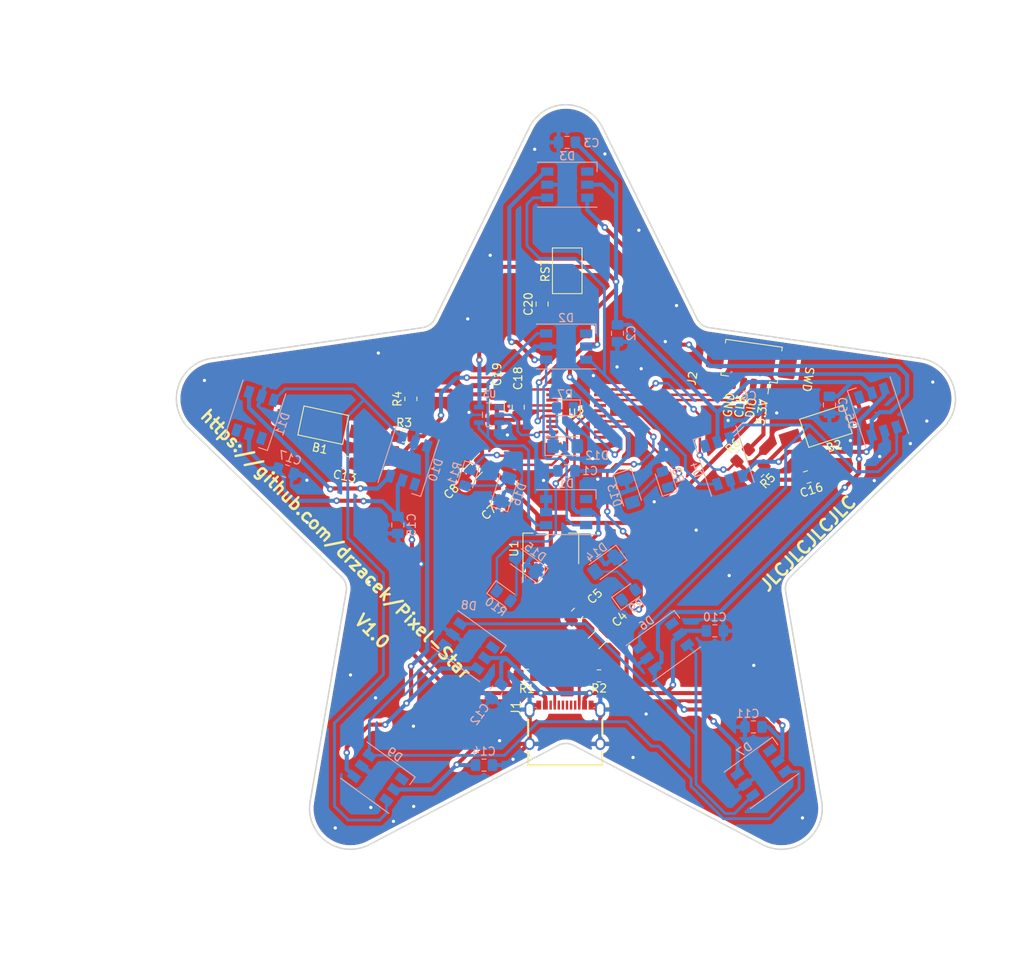
<source format=kicad_pcb>
(kicad_pcb (version 20211014) (generator pcbnew)
  (layers (0 "F.Cu" power) (31 "B.Cu" signal) (34 "B.Paste" user) (35 "F.Paste" user) (36 "B.SilkS" user "B.Silkscreen") (37 "F.SilkS" user "F.Silkscreen") (38 "B.Mask" user) (39 "F.Mask" user) (44 "Edge.Cuts" user))
  (net 0 "")
  (net 1 "+5V")
  (net 2 "SPI_MOSI")
  (net 3 "+3V3")
  (net 4 "GND")
  (net 5 "Net-(C20-Pad1)")
  (net 6 "Net-(D1-Pad3)")
  (net 8 "Net-(D2-Pad3)")
  (net 10 "Net-(D3-Pad3)")
  (net 14 "Net-(D4-Pad3)")
  (net 17 "Net-(D10-Pad6)")
  (net 19 "Net-(D10-Pad4)")
  (net 20 "Net-(D10-Pad3)")
  (net 22 "Net-(D5-Pad3)")
  (net 25 "Net-(D6-Pad3)")
  (net 26 "Net-(D7-Pad3)")
  (net 28 "Net-(D12-Pad2)")
  (net 29 "Net-(D13-Pad2)")
  (net 30 "Net-(D14-Pad2)")
  (net 32 "Net-(J1-Pad4)")
  (net 38 "Net-(J1-Pad10)")
  (net 39 "BLUE_LED1")
  (net 40 "BLUE_LED2")
  (net 41 "BLUE_LED3")
  (net 42 "BLUE_LED4")
  (net 43 "BLUE_LED5")
  (net 44 "BUTTON1")
  (net 45 "Net-(D15-Pad2)")
  (net 46 "Net-(D16-Pad2)")
  (net 47 "Net-(R3-Pad1)")
  (net 48 "SPI_CLK")
  (net 49 "Net-(R5-Pad1)")
  (net 50 "PWM_OUT")
  (net 52 "SWDIO")
  (net 53 "SWCLK")
  (net 54 "BUTTON2")
  (net 59 "SPI_MOSI_5V")
  (footprint "KicadFootprintLibPaths_Jacek:USB_C_Female" (layer "F.Cu") (at 137.8966 122.9651)
    (fp_text reference "J1")
    (fp_text value "USB_C_Female" hide)
  )
  (footprint "Package_TO_SOT_SMD:SOT-223-3_TabPin2" (layer "F.Cu") (at 136.1694 101.448 90)
    (fp_text reference "U1")
    (fp_text value "AMS1117-3.3")
  )
  (footprint "Resistor_SMD:R_0805_2012Metric_Pad1.20x1.40mm_HandSolder" (layer "F.Cu") (at 119.0498 83.1088 90)
    (fp_text reference "R4")
    (fp_text value "10k")
  )
  (footprint "Resistor_SMD:R_0805_2012Metric_Pad1.20x1.40mm_HandSolder" (layer "F.Cu") (at 133.239 116.9416 180)
    (fp_text reference "R1")
    (fp_text value "5.11k")
  )
  (footprint "Capacitor_SMD:C_1206_3216Metric_Pad1.33x1.80mm_HandSolder" (layer "F.Cu") (at 126.6444 91.9226 -135)
    (fp_text reference "C8")
    (fp_text value "10µF")
  )
  (footprint "Resistor_SMD:R_0805_2012Metric_Pad1.20x1.40mm_HandSolder" (layer "F.Cu") (at 161.548093 91.994707 -135)
    (fp_text reference "R5")
    (fp_text value "1k")
  )
  (footprint "pixel_star:K2-1107ST-A4DW-06" (layer "F.Cu") (at 169.8244 86.4616 -162)
    (fp_text reference "SW2")
    (fp_text value "SW_Push")
  )
  (footprint "Capacitor_SMD:C_0805_2012Metric_Pad1.18x1.45mm_HandSolder" (layer "F.Cu") (at 139.398177 109.420223 -135)
    (fp_text reference "C5")
    (fp_text value "100nF")
  )
  (footprint "Capacitor_SMD:C_0805_2012Metric_Pad1.18x1.45mm_HandSolder" (layer "F.Cu") (at 130.685977 94.866023 -135)
    (fp_text reference "C7")
    (fp_text value "100nF")
  )
  (footprint "Capacitor_SMD:C_1206_3216Metric_Pad1.33x1.80mm_HandSolder" (layer "F.Cu") (at 129.5654 84.1248 -90)
    (fp_text reference "C19")
    (fp_text value "4.7µF")
  )
  (footprint "Capacitor_SMD:C_1206_3216Metric_Pad1.33x1.80mm_HandSolder" (layer "F.Cu") (at 141.897146 112.560054 -135)
    (fp_text reference "C4")
    (fp_text value "10µF")
  )
  (footprint "pixel_star:K2-1107ST-A4DW-06" (layer "F.Cu") (at 108.331 86.3346 -12)
    (fp_text reference "SW1")
    (fp_text value "SW_Push")
  )
  (footprint "Connector_Molex:Molex_PicoBlade_53261-0471_1x04-1MP_P1.25mm_Horizontal" (layer "F.Cu") (at 160.658738 78.989178 172)
    (fp_text reference "J2")
    (fp_text value "Conn_01x04_Female")
  )
  (footprint "Resistor_SMD:R_0805_2012Metric_Pad1.20x1.40mm_HandSolder" (layer "F.Cu") (at 159.639 90.0176 45)
    (fp_text reference "R6")
    (fp_text value "10k")
  )
  (footprint "Capacitor_SMD:C_0805_2012Metric_Pad1.18x1.45mm_HandSolder" (layer "F.Cu") (at 132.1816 84.1248 -90)
    (fp_text reference "C18")
    (fp_text value "100nF")
  )
  (footprint "Capacitor_SMD:C_0805_2012Metric_Pad1.18x1.45mm_HandSolder" (layer "F.Cu") (at 110.999172 90.843292 -12)
    (fp_text reference "C13")
    (fp_text value "100nF")
  )
  (footprint "pixel_star:K2-1107ST-A4DW-06" (layer "F.Cu") (at 138.176 67.437 90)
    (fp_text reference "SW3")
    (fp_text value "SW_Push")
  )
  (footprint "Resistor_SMD:R_0805_2012Metric_Pad1.20x1.40mm_HandSolder" (layer "F.Cu") (at 118.2276 87.6808)
    (fp_text reference "R3")
    (fp_text value "1k")
  )
  (footprint "Resistor_SMD:R_0805_2012Metric_Pad1.20x1.40mm_HandSolder" (layer "F.Cu") (at 142.0622 117.0178 180)
    (fp_text reference "R2")
    (fp_text value "5.11k")
  )
  (footprint "Capacitor_SMD:C_0805_2012Metric_Pad1.18x1.45mm_HandSolder" (layer "F.Cu") (at 167.5384 92.6846 -162)
    (fp_text reference "C16")
    (fp_text value "100nF")
  )
  (footprint "pixel_star:STM32G030F6P6TR" (layer "F.Cu") (at 139.2682 84.8868)
    (fp_text reference "U2")
    (fp_text value "STM32G030F6P6TR")
  )
  (footprint "Capacitor_SMD:C_0805_2012Metric_Pad1.18x1.45mm_HandSolder" (layer "F.Cu") (at 135.1026 71.501 90)
    (fp_text reference "C20")
    (fp_text value "100nF")
  )
  (footprint "LED_SMD:LED_WS2812_PLCC6_5.0x5.0mm_P1.6mm" (layer "B.Cu") (at 157.318064 90.720697 -72)
    (fp_text reference "D4")
    (fp_text value "WS2813")
  )
  (footprint "LED_SMD:LED_1206_3216Metric_Pad1.42x1.75mm_HandSolder" (layer "B.Cu") (at 142.81574 103.382837 -144)
    (fp_text reference "D14")
    (fp_text value "BLUE_LED")
  )
  (footprint "pixel_star:SOT95P280X145-5N" (layer "B.Cu") (at 128.6167 85.0646 180)
    (fp_text reference "U3")
    (fp_text value "SN74LV1T34DBVR")
  )
  (footprint "Capacitor_SMD:C_0805_2012Metric_Pad1.18x1.45mm_HandSolder" (layer "B.Cu") (at 138.0783 91.9226)
    (fp_text reference "C1")
    (fp_text value "100nF")
  )
  (footprint "LED_SMD:LED_1206_3216Metric_Pad1.42x1.75mm_HandSolder" (layer "B.Cu") (at 133.178064 103.319189 144)
    (fp_text reference "D15")
    (fp_text value "BLUE_LED")
  )
  (footprint "LED_SMD:LED_0805_2012Metric_Pad1.15x1.40mm_HandSolder" (layer "B.Cu") (at 150.1648 92.964 108)
    (fp_text reference "R8")
    (fp_text value "R_Small")
  )
  (footprint "LED_SMD:LED_WS2812_PLCC6_5.0x5.0mm_P1.6mm" (layer "B.Cu") (at 118.759053 90.733746 72)
    (fp_text reference "D10")
    (fp_text value "WS2813")
  )
  (footprint "LED_SMD:LED_1206_3216Metric_Pad1.42x1.75mm_HandSolder" (layer "B.Cu") (at 137.922 88.901)
    (fp_text reference "D12")
    (fp_text value "BLUE_LED")
  )
  (footprint "Capacitor_SMD:C_0805_2012Metric_Pad1.18x1.45mm_HandSolder" (layer "B.Cu") (at 103.7375 91.948 162)
    (fp_text reference "C17")
    (fp_text value "100nF")
  )
  (footprint "LED_SMD:LED_WS2812_PLCC6_5.0x5.0mm_P1.6mm" (layer "B.Cu") (at 115.013385 129.477245 144)
    (fp_text reference "D9")
    (fp_text value "WS2813")
  )
  (footprint "Capacitor_SMD:C_0805_2012Metric_Pad1.18x1.45mm_HandSolder" (layer "B.Cu") (at 117.4496 98.552 90)
    (fp_text reference "C15")
    (fp_text value "100nF")
  )
  (footprint "LED_SMD:LED_WS2812_PLCC6_5.0x5.0mm_P1.6mm" (layer "B.Cu") (at 138.040672 96.974389 180)
    (fp_text reference "D1")
    (fp_text value "WS2813")
  )
  (footprint "LED_SMD:LED_WS2812_PLCC6_5.0x5.0mm_P1.6mm" (layer "B.Cu") (at 138.040672 76.708 180)
    (fp_text reference "D2")
    (fp_text value "WS2813")
  )
  (footprint "LED_SMD:LED_WS2812_PLCC6_5.0x5.0mm_P1.6mm" (layer "B.Cu") (at 126.141003 113.379399 144)
    (fp_text reference "D8")
    (fp_text value "WS2813")
  )
  (footprint "Capacitor_SMD:C_0805_2012Metric_Pad1.18x1.45mm_HandSolder" (layer "B.Cu") (at 127.9906 127.9398 180)
    (fp_text reference "C14")
    (fp_text value "100nF")
  )
  (footprint "LED_SMD:LED_WS2812_PLCC6_5.0x5.0mm_P1.6mm" (layer "B.Cu") (at 100.009184 85.105842 72)
    (fp_text reference "D11")
    (fp_text value "WS2813")
  )
  (footprint "Capacitor_SMD:C_0805_2012Metric_Pad1.18x1.45mm_HandSolder" (layer "B.Cu") (at 160.401 84.4296 180)
    (fp_text reference "C6")
    (fp_text value "100nF")
  )
  (footprint "Capacitor_SMD:C_0805_2012Metric_Pad1.18x1.45mm_HandSolder" (layer "B.Cu") (at 129.4892 118.8974 54)
    (fp_text reference "C12")
    (fp_text value "100nF")
  )
  (footprint "LED_SMD:LED_WS2812_PLCC6_5.0x5.0mm_P1.6mm" (layer "B.Cu") (at 176.195149 84.73854 -72)
    (fp_text reference "D5")
    (fp_text value "WS2813")
  )
  (footprint "LED_SMD:LED_1206_3216Metric_Pad1.42x1.75mm_HandSolder" (layer "B.Cu") (at 145.680282 94.360953 -72)
    (fp_text reference "D13")
    (fp_text value "BLUE_LED")
  )
  (footprint "LED_SMD:LED_0805_2012Metric_Pad1.15x1.40mm_HandSolder" (layer "B.Cu") (at 125.984 92.7608 -108)
    (fp_text reference "R11")
    (fp_text value "R_Small")
  )
  (footprint "Capacitor_SMD:C_0805_2012Metric_Pad1.18x1.45mm_HandSolder" (layer "B.Cu") (at 170.2562 83.8454 90)
    (fp_text reference "C9")
    (fp_text value "100nF")
  )
  (footprint "LED_SMD:LED_WS2812_PLCC6_5.0x5.0mm_P1.6mm" (layer "B.Cu") (at 161.926491 128.887049 -144)
    (fp_text reference "D7")
    (fp_text value "WS2813")
  )
  (footprint "LED_SMD:LED_0805_2012Metric_Pad1.15x1.40mm_HandSolder" (layer "B.Cu") (at 145.6944 107.0864 36)
    (fp_text reference "R9")
    (fp_text value "R_Small")
  )
  (footprint "Capacitor_SMD:C_0805_2012Metric_Pad1.18x1.45mm_HandSolder" (layer "B.Cu") (at 160.9598 123.2662)
    (fp_text reference "C11")
    (fp_text value "100nF")
  )
  (footprint "LED_SMD:LED_WS2812_PLCC6_5.0x5.0mm_P1.6mm" (layer "B.Cu") (at 138.176 56.896 180)
    (fp_text reference "D3")
    (fp_text value "WS2813")
  )
  (footprint "Capacitor_SMD:C_0805_2012Metric_Pad1.18x1.45mm_HandSolder" (layer "B.Cu") (at 144.3228 75.0824 90)
    (fp_text reference "C2")
    (fp_text value "100nF")
  )
  (footprint "LED_SMD:LED_1206_3216Metric_Pad1.42x1.75mm_HandSolder" (layer "B.Cu") (at 130.561947 94.230699 72)
    (fp_text reference "D16")
    (fp_text value "BLUE_LED")
  )
  (footprint "Capacitor_SMD:C_0805_2012Metric_Pad1.18x1.45mm_HandSolder" (layer "B.Cu") (at 138.1506 51.7144)
    (fp_text reference "C3")
    (fp_text value "100nF")
  )
  (footprint "LED_SMD:LED_WS2812_PLCC6_5.0x5.0mm_P1.6mm" (layer "B.Cu") (at 149.931816 113.38558 -144)
    (fp_text reference "D6")
    (fp_text value "WS2813")
  )
  (footprint "Capacitor_SMD:C_0805_2012Metric_Pad1.18x1.45mm_HandSolder" (layer "B.Cu") (at 156.2354 111.506 180)
    (fp_text reference "C10")
    (fp_text value "100nF")
  )
  (footprint "LED_SMD:LED_0805_2012Metric_Pad1.15x1.40mm_HandSolder" (layer "B.Cu") (at 130.4036 107.2388 -36)
    (fp_text reference "R10")
    (fp_text value "R_Small")
  )
  (footprint "LED_SMD:LED_0805_2012Metric_Pad1.15x1.40mm_HandSolder" (layer "B.Cu") (at 137.913 84.201 180)
    (fp_text reference "R7")
    (fp_text value "R_Small")
  )
  (gr_line (start 137.084535 125.520301) (end 113.978436 137.667896) (layer "Edge.Cuts") (width 0.18))
  (gr_line (start 164.893873 106.667995) (end 169.306745 132.397014) (layer "Edge.Cuts") (width 0.18))
  (gr_arc (start 164.893873 106.667995) (mid 164.962977 105.711871) (end 165.469066 104.897732) (layer "Edge.Cuts") (width 0.18))
  (gr_arc (start 113.978436 137.667896) (mid 108.712804 137.287324) (end 106.723689 132.397014) (layer "Edge.Cuts") (width 0.18))
  (gr_line (start 138.945899 125.520301) (end 162.051998 137.667896) (layer "Edge.Cuts") (width 0.18))
  (gr_arc (start 91.868141 86.676339) (mid 90.602917 81.550822) (end 94.639208 78.147872) (layer "Edge.Cuts") (width 0.18))
  (gr_arc (start 110.561368 104.897732) (mid 111.067457 105.711871) (end 111.136561 106.667995) (layer "Edge.Cuts") (width 0.18))
  (gr_line (start 111.136561 106.667995) (end 106.723689 132.397014) (layer "Edge.Cuts") (width 0.18))
  (gr_line (start 155.557822 74.394059) (end 181.391226 78.147872) (layer "Edge.Cuts") (width 0.18))
  (gr_line (start 154.051947 73.299976) (end 142.498897 49.890941) (layer "Edge.Cuts") (width 0.18))
  (gr_line (start 110.561368 104.897732) (end 91.868141 86.676339) (layer "Edge.Cuts") (width 0.18))
  (gr_arc (start 181.391226 78.147872) (mid 185.427517 81.550822) (end 184.162293 86.676339) (layer "Edge.Cuts") (width 0.18))
  (gr_arc (start 137.084535 125.520301) (mid 138.015217 125.290564) (end 138.945899 125.520301) (layer "Edge.Cuts") (width 0.18))
  (gr_line (start 120.472612 74.394059) (end 94.639208 78.147872) (layer "Edge.Cuts") (width 0.18))
  (gr_line (start 121.978487 73.299976) (end 133.531537 49.890941) (layer "Edge.Cuts") (width 0.18))
  (gr_arc (start 169.306745 132.397014) (mid 167.31763 137.287324) (end 162.051998 137.667896) (layer "Edge.Cuts") (width 0.18))
  (gr_arc (start 155.557822 74.394059) (mid 154.669848 74.032879) (end 154.051947 73.299976) (layer "Edge.Cuts") (width 0.18))
  (gr_line (start 165.469066 104.897732) (end 184.162293 86.676339) (layer "Edge.Cuts") (width 0.18))
  (gr_arc (start 121.978487 73.299976) (mid 121.360586 74.032879) (end 120.472612 74.394059) (layer "Edge.Cuts") (width 0.18))
  (gr_arc (start 133.531537 49.890941) (mid 138.015217 47.10377) (end 142.498897 49.890941) (layer "Edge.Cuts") (width 0.18))
  (gr_text "JLCJLCJLCJLC" (at 167.64 100.8126 45) (layer "F.SilkS") (effects (font (size 1.5 1.5) (thickness 0.3))))
  (gr_text "https://github.com/drzacek/Pixel-Star" (at 109.855 100.8888 -45) (layer "F.SilkS") (effects (font (size 1.5 1.5) (thickness 0.3))))
  (gr_text "SWD" (at 167.64 80.721934 262) (layer "F.SilkS") (effects (font (size 1 1))))
  (gr_text "V1.0" (at 114.3254 111.5822 -45) (layer "F.SilkS") (effects (font (size 1.5 1.5) (thickness 0.3))))
  (gr_text "GND" (at 157.960469 83.857103 82) (layer "F.SilkS") (effects (font (size 1 1))))
  (gr_text "RST" (at 135.500275 67.473875 90) (layer "F.SilkS") (effects (font (size 1 1))))
  (gr_text "CLK" (at 159.334924 84.02891 82) (layer "F.SilkS") (effects (font (size 1 1))))
  (gr_text "DIO" (at 160.6712 84.219806 82) (layer "F.SilkS") (effects (font (size 1 1))))
  (gr_text "3.3V" (at 162.007475 84.773406 82) (layer "F.SilkS") (effects (font (size 1 1))))
  (segment (start 140.2966 119.7486) (end 140.9192 119.126) (width 0.5) (layer "F.Cu") (net 1))
  (segment (start 113.2078 95.5802) (end 113.2586 95.631) (width 0.5) (layer "F.Cu") (net 1))
  (segment (start 141.8336 76.454) (end 141.8336 72.009) (width 0.5) (layer "F.Cu") (net 1))
  (segment (start 135.4966 120.5901) (end 135.4966 119.6724) (width 0.5) (layer "F.Cu") (net 1))
  (segment (start 150.241 119.126) (end 151.1046 118.2624) (width 0.5) (layer "F.Cu") (net 1))
  (segment (start 141.8336 72.009) (end 144.145 69.6976) (width 0.5) (layer "F.Cu") (net 1))
  (segment (start 144.145 69.6976) (end 144.145 68.7578) (width 0.5) (layer "F.Cu") (net 1))
  (segment (start 151.1046 118.2624) (end 151.1046 118.11) (width 0.5) (layer "F.Cu") (net 1))
  (segment (start 144.526 119.126) (end 148.6662 119.126) (width 0.5) (layer "F.Cu") (net 1))
  (segment (start 160.528 119.126) (end 164.4904 123.0884) (width 0.5) (layer "F.Cu") (net 1))
  (segment (start 138.5062 80.4418) (end 138.5062 78.4098) (width 0.5) (layer "F.Cu") (net 1))
  (segment (start 142.9004 111.4552) (end 140.1318 108.6866) (width 0.5) (layer "F.Cu") (net 1))
  (segment (start 133.4262 119.126) (end 133.6802 119.126) (width 0.5) (layer "F.Cu") (net 1))
  (segment (start 109.9566 95.5802) (end 113.2078 95.5802) (width 0.5) (layer "F.Cu") (net 1))
  (segment (start 127.4064 78.3336) (end 127.4318 78.359) (width 0.5) (layer "F.Cu") (net 1))
  (segment (start 133.6802 119.126) (end 134.9502 119.126) (width 0.5) (layer "F.Cu") (net 1))
  (segment (start 140.9192 119.126) (end 144.526 119.126) (width 0.5) (layer "F.Cu") (net 1))
  (segment (start 124.1044 119.126) (end 133.6802 119.126) (width 0.5) (layer "F.Cu") (net 1))
  (segment (start 140.2966 120.5901) (end 140.2966 119.7486) (width 0.5) (layer "F.Cu") (net 1))
  (segment (start 142.3416 66.9544) (end 130.0988 66.9544) (width 0.5) (layer "F.Cu") (net 1))
  (segment (start 119.1768 100.3554) (end 119.1768 114.1984) (width 0.5) (layer "F.Cu") (net 1))
  (segment (start 141.986 99.568) (end 138.4694 103.0846) (width 0.5) (layer "F.Cu") (net 1))
  (segment (start 135.4966 119.6724) (end 134.9502 119.126) (width 0.5) (layer "F.Cu") (net 1))
  (segment (start 150.241 119.126) (end 160.528 119.126) (width 0.5) (layer "F.Cu") (net 1))
  (segment (start 119.1768 114.1984) (end 124.1044 119.126) (width 0.5) (layer "F.Cu") (net 1))
  (segment (start 138.5062 78.4098) (end 140.462 76.454) (width 0.5) (layer "F.Cu") (net 1))
  (segment (start 145.4404 118.2116) (end 145.4404 113.8936) (width 0.5) (layer "F.Cu") (net 1))
  (segment (start 148.6662 119.126) (end 150.241 119.126) (width 0.5) (layer "F.Cu") (net 1))
  (segment (start 140.462 76.454) (end 141.8336 76.454) (width 0.5) (layer "F.Cu") (net 1))
  (segment (start 145.4404 113.8936) (end 143.002 111.4552) (width 0.5) (layer "F.Cu") (net 1))
  (segment (start 144.145 68.7578) (end 142.3416 66.9544) (width 0.5) (layer "F.Cu") (net 1))
  (segment (start 127.4064 69.6468) (end 127.4064 78.3336) (width 0.5) (layer "F.Cu") (net 1))
  (segment (start 138.4694 104.598) (end 138.4694 107.0242) (width 0.5) (layer "F.Cu") (net 1))
  (segment (start 144.526 119.126) (end 145.4404 118.2116) (width 0.5) (layer "F.Cu") (net 1))
  (segment (start 130.0988 66.9544) (end 127.4064 69.6468) (width 0.5) (layer "F.Cu") (net 1))
  (segment (start 143.002 111.4552) (end 142.9004 111.4552) (width 0.5) (layer "F.Cu") (net 1))
  (segment (start 138.4694 107.0242) (end 140.1318 108.6866) (width 0.5) (layer "F.Cu") (net 1))
  (segment (start 138.4694 104.598) (end 138.4694 103.0846) (width 0.5) (layer "F.Cu") (net 1))
  (segment (start 124.6632 127.889) (end 133.4262 119.126) (width 0.5) (layer "F.Cu") (net 1))
  (via (at 141.986 99.568) (size 0.8) (drill 0.4) (layers "F.Cu" "B.Cu") (net 1))
  (via (at 140.9192 119.126) (size 0.8) (drill 0.4) (layers "F.Cu" "B.Cu") (net 1))
  (via (at 164.4904 123.0884) (size 0.8) (drill 0.4) (layers "F.Cu" "B.Cu") (net 1))
  (via (at 144.145 68.7578) (size 0.8) (drill 0.4) (layers "F.Cu" "B.Cu") (net 1))
  (via (at 141.8336 76.454) (size 0.8) (drill 0.4) (layers "F.Cu" "B.Cu") (net 1))
  (via (at 127.4318 78.359) (size 0.8) (drill 0.4) (layers "F.Cu" "B.Cu") (net 1))
  (via (at 113.2586 95.631) (size 0.8) (drill 0.4) (layers "F.Cu" "B.Cu") (net 1))
  (via (at 138.5062 80.4418) (size 0.8) (drill 0.4) (layers "F.Cu" "B.Cu") (net 1))
  (via (at 151.1046 118.11) (size 0.8) (drill 0.4) (layers "F.Cu" "B.Cu") (net 1))
  (via (at 124.6632 127.889) (size 0.8) (drill 0.4) (layers "F.Cu" "B.Cu") (net 1))
  (via (at 109.9566 95.5802) (size 0.8) (drill 0.4) (layers "F.Cu" "B.Cu") (net 1))
  (via (at 119.1768 100.3554) (size 0.8) (drill 0.4) (layers "F.Cu" "B.Cu") (net 1))
  (via (at 134.9502 119.126) (size 0.8) (drill 0.4) (layers "F.Cu" "B.Cu") (net 1))
  (segment (start 159.3635 84.4296) (end 156.9212 84.4296) (width 0.5) (layer "B.Cu") (net 1))
  (segment (start 145.816044 74.0449) (end 156.560972 84.789828) (width 0.5) (layer "B.Cu") (net 1))
  (segment (start 155.1979 111.506) (end 152.353414 111.506) (width 0.5) (layer "B.Cu") (net 1))
  (segment (start 142.4178 56.896) (end 144.1704 58.6486) (width 0.5) (layer "B.Cu") (net 1))
  (segment (start 140.9192 119.126) (end 134.9502 119.126) (width 0.5) (layer "B.Cu") (net 1))
  (segment (start 117.4496 97.5145) (end 119.1768 99.2417) (width 0.5) (layer "B.Cu") (net 1))
  (segment (start 127.4318 84.0445) (end 127.3617 84.1146) (width 0.5) (layer "B.Cu") (net 1))
  (segment (start 161.9973 123.2662) (end 162.7632 123.2662) (width 0.5) (layer "B.Cu") (net 1))
  (segment (start 140.626 56.896) (end 142.4178 56.896) (width 0.5) (layer "B.Cu") (net 1))
  (segment (start 141.986 97.6376) (end 141.986 99.568) (width 0.5) (layer "B.Cu") (net 1))
  (segment (start 139.1158 91.9226) (end 143.7386 91.9226) (width 0.5) (layer "B.Cu") (net 1))
  (segment (start 141.5796 76.708) (end 141.8336 76.454) (width 0.5) (layer "B.Cu") (net 1))
  (segment (start 121.634881 130.917319) (end 124.6632 127.889) (width 0.5) (layer "B.Cu") (net 1))
  (segment (start 156.9212 84.4296) (end 156.8196 84.5312) (width 0.5) (layer "B.Cu") (net 1))
  (segment (start 117.4496 97.5145) (end 117.4496 93.616195) (width 0.5) (layer "B.Cu") (net 1))
  (segment (start 127.4318 78.359) (end 127.4318 84.0445) (width 0.5) (layer "B.Cu") (net 1))
  (segment (start 174.081005 81.0514) (end 172.9994 81.0514) (width 0.5) (layer "B.Cu") (net 1))
  (segment (start 139.390672 96.974389) (end 140.490672 96.974389) (width 0.5) (layer "B.Cu") (net 1))
  (segment (start 130.643673 114.819473) (end 128.123095 114.819473) (width 0.5) (layer "B.Cu") (net 1))
  (segment (start 115.5661 95.631) (end 117.4496 97.5145) (width 0.5) (layer "B.Cu") (net 1))
  (segment (start 172.9994 81.0514) (end 160.2994 81.0514) (width 0.5) (layer "B.Cu") (net 1))
  (segment (start 102.750779 91.872661) (end 103.4796 92.601482) (width 0.5) (layer "B.Cu") (net 1))
  (segment (start 138.8872 96.470917) (end 139.390672 96.974389) (width 0.5) (layer "B.Cu") (net 1))
  (segment (start 164.4904 124.9934) (end 164.4904 126.865158) (width 0.5) (layer "B.Cu") (net 1))
  (segment (start 99.252092 89.473092) (end 101.406395 91.627395) (width 0.5) (layer "B.Cu") (net 1))
  (segment (start 130.099027 115.364119) (end 130.643673 114.819473) (width 0.5) (layer "B.Cu") (net 1))
  (segment (start 139.1881 51.7144) (end 144.1704 56.6967) (width 0.5) (layer "B.Cu") (net 1))
  (segment (start 141.322789 96.974389) (end 141.986 97.6376) (width 0.5) (layer "B.Cu") (net 1))
  (segment (start 124.714 127.9398) (end 124.6632 127.889) (width 0.5) (layer "B.Cu") (net 1))
  (segment (start 151.1046 118.11) (end 151.1046 112.754814) (width 0.5) (layer "B.Cu") (net 1))
  (segment (start 164.4904 123.0884) (end 164.4904 124.9934) (width 0.5) (layer "B.Cu") (net 1))
  (segment (start 117.4496 93.616195) (end 118.001961 93.063834) (width 0.5) (layer "B.Cu") (net 1))
  (segment (start 144.145 68.7578) (end 144.145 73.8671) (width 0.5) (layer "B.Cu") (net 1))
  (segment (start 156.560972 84.789828) (end 156.560972 88.390609) (width 0.5) (layer "B.Cu") (net 1))
  (segment (start 143.7386 91.9226) (end 145.6944 89.9668) (width 0.5) (layer "B.Cu") (net 1))
  (segment (start 126.9531 127.9398) (end 124.714 127.9398) (width 0.5) (layer "B.Cu") (net 1))
  (segment (start 145.6944 87.63) (end 138.5062 80.4418) (width 0.5) (layer "B.Cu") (net 1))
  (segment (start 145.6944 89.9668) (end 145.6944 87.63) (width 0.5) (layer "B.Cu") (net 1))
  (segment (start 144.1704 56.6967) (end 144.1704 58.6486) (width 0.5) (layer "B.Cu") (net 1))
  (segment (start 130.099027 118.058045) (end 130.099027 115.364119) (width 0.5) (layer "B.Cu") (net 1))
  (segment (start 164.4904 126.865158) (end 163.908583 127.446975) (width 0.5) (layer "B.Cu") (net 1))
  (segment (start 113.2586 95.631) (end 115.5661 95.631) (width 0.5) (layer "B.Cu") (net 1))
  (segment (start 103.4796 92.601482) (end 103.4796 94.1832) (width 0.5) (layer "B.Cu") (net 1))
  (segment (start 116.995477 130.917319) (end 121.634881 130.917319) (width 0.5) (layer "B.Cu") (net 1))
  (segment (start 175.438057 82.408452) (end 174.081005 81.0514) (width 0.5) (layer "B.Cu") (net 1))
  (segment (start 140.490672 96.974389) (end 141.322789 96.974389) (width 0.5) (layer "B.Cu") (net 1))
  (segment (start 102.750779 91.627395) (end 102.750779 91.872661) (width 0.5) (layer "B.Cu") (net 1))
  (segment (start 170.2562 82.8079) (end 171.2429 82.8079) (width 0.5) (layer "B.Cu") (net 1))
  (segment (start 162.7632 123.2662) (end 164.4904 124.9934) (width 0.5) (layer "B.Cu") (net 1))
  (segment (start 152.353414 111.506) (end 151.913908 111.945506) (width 0.5) (layer "B.Cu") (net 1))
  (segment (start 104.8766 95.5802) (end 109.9566 95.5802) (width 0.5) (layer "B.Cu") (net 1))
  (segment (start 144.145 68.7578) (end 144.145 58.674) (width 0.5) (layer "B.Cu") (net 1))
  (segment (start 171.2429 82.8079) (end 172.9994 81.0514) (width 0.5) (layer "B.Cu") (net 1))
  (segment (start 101.406395 91.627395) (end 102.750779 91.627395) (width 0.5) (layer "B.Cu") (net 1))
  (segment (start 138.8872 92.1512) (end 138.8872 96.470917) (width 0.5) (layer "B.Cu") (net 1))
  (segment (start 156.8196 84.5312) (end 156.560972 84.789828) (width 0.5) (layer "B.Cu") (net 1))
  (segment (start 151.1046 112.754814) (end 151.913908 111.945506) (width 0.5) (layer "B.Cu") (net 1))
  (segment (start 119.1768 99.2417) (end 119.1768 100.3554) (width 0.5) (layer "B.Cu") (net 1))
  (segment (start 140.490672 76.708) (end 141.5796 76.708) (width 0.5) (layer "B.Cu") (net 1))
  (segment (start 144.145 73.8671) (end 144.3228 74.0449) (width 0.5) (layer "B.Cu") (net 1))
  (segment (start 134.9502 119.126) (end 130.643673 114.819473) (width 0.5) (layer "B.Cu") (net 1))
  (segment (start 144.145 58.674) (end 144.1704 58.6486) (width 0.5) (layer "B.Cu") (net 1))
  (segment (start 99.252092 87.43593) (end 99.252092 89.473092) (width 0.5) (layer "B.Cu") (net 1))
  (segment (start 160.2994 81.0514) (end 156.8196 84.5312) (width 0.5) (layer "B.Cu") (net 1))
  (segment (start 103.4796 94.1832) (end 104.8766 95.5802) (width 0.5) (layer "B.Cu") (net 1))
  (segment (start 144.3228 74.0449) (end 145.816044 74.0449) (width 0.5) (layer "B.Cu") (net 1))
  (segment (start 136.3472 87.161799) (end 134.834201 87.161799) (width 0.3) (layer "F.Cu") (net 2))
  (segment (start 134.834201 87.161799) (end 134.4676 87.5284) (width 0.3) (layer "F.Cu") (net 2))
  (via (at 134.4676 87.5284) (size 0.8) (drill 0.4) (layers "F.Cu" "B.Cu") (net 2))
  (segment (start 129.8717 85.0646) (end 131.2926 85.0646) (width 0.3) (layer "B.Cu") (net 2))
  (segment (start 132.1054 85.8774) (end 132.1054 87.0712) (width 0.3) (layer "B.Cu") (net 2))
  (segment (start 132.1054 87.0712) (end 132.5626 87.5284) (width 0.3) (layer "B.Cu") (net 2))
  (segment (start 131.2926 85.0646) (end 132.1054 85.8774) (width 0.3) (layer "B.Cu") (net 2))
  (segment (start 132.5626 87.5284) (end 134.4676 87.5284) (width 0.3) (layer "B.Cu") (net 2))
  (segment (start 127.749254 89.166654) (end 127.749254 90.817746) (width 0.5) (layer "F.Cu") (net 3))
  (segment (start 136.1694 98.298) (end 148.3868 98.298) (width 0.5) (layer "F.Cu") (net 3))
  (segment (start 133.006101 83.911801) (end 132.1816 83.0873) (width 0.5) (layer "F.Cu") (net 3))
  (segment (start 124.9934 83.7438) (end 124.9934 86.4108) (width 0.5) (layer "F.Cu") (net 3))
  (segment (start 148.3868 98.298) (end 162.181475 84.503325) (width 0.5) (layer "F.Cu") (net 3))
  (segment (start 162.181475 87.475125) (end 162.181475 84.503325) (width 0.5) (layer "F.Cu") (net 3))
  (segment (start 135.5852 98.298) (end 131.4196 94.1324) (width 0.5) (layer "F.Cu") (net 3))
  (segment (start 127.749254 90.817746) (end 128.104946 90.817746) (width 0.5) (layer "F.Cu") (net 3))
  (segment (start 123.9172 82.1088) (end 119.0498 82.1088) (width 0.5) (layer "F.Cu") (net 3))
  (segment (start 124.9934 86.4108) (end 127.749254 89.166654) (width 0.5) (layer "F.Cu") (net 3))
  (segment (start 160.346107 89.310493) (end 162.181475 87.475125) (width 0.5) (layer "F.Cu") (net 3))
  (segment (start 136.1694 104.598) (end 136.1694 98.298) (width 0.5) (layer "F.Cu") (net 3))
  (segment (start 131.6566 82.5623) (end 132.1816 83.0873) (width 0.5) (layer "F.Cu") (net 3))
  (segment (start 128.104946 90.817746) (end 131.4196 94.1324) (width 0.5) (layer "F.Cu") (net 3))
  (segment (start 124.9934 83.185) (end 123.9172 82.1088) (width 0.5) (layer "F.Cu") (net 3))
  (segment (start 129.5654 82.5623) (end 126.1749 82.5623) (width 0.5) (layer "F.Cu") (net 3))
  (segment (start 136.1694 98.298) (end 135.5852 98.298) (width 0.5) (layer "F.Cu") (net 3))
  (segment (start 124.9934 83.7438) (end 124.9934 83.185) (width 0.5) (layer "F.Cu") (net 3))
  (segment (start 129.5654 82.5623) (end 131.6566 82.5623) (width 0.5) (layer "F.Cu") (net 3))
  (segment (start 136.3472 83.911801) (end 133.006101 83.911801) (width 0.3) (layer "F.Cu") (net 3))
  (segment (start 162.181475 81.626771) (end 162.181475 84.503325) (width 0.5) (layer "F.Cu") (net 3))
  (segment (start 126.1749 82.5623) (end 124.9934 83.7438) (width 0.5) (layer "F.Cu") (net 3))
  (segment (start 132.1816 85.1623) (end 132.3047 85.1623) (width 0.5) (layer "F.Cu") (net 4))
  (segment (start 133.5716 125.3401) (end 133.5716 121.1401) (width 0.5) (layer "F.Cu") (net 4))
  (segment (start 144.5679 125.3401) (end 146.2278 127) (width 0.5) (layer "F.Cu") (net 4))
  (segment (start 131.6566 85.6873) (end 132.1816 85.1623) (width 0.5) (layer "F.Cu") (net 4))
  (segment (start 129.5654 85.6873) (end 131.6566 85.6873) (width 0.5) (layer "F.Cu") (net 4))
  (segment (start 136.525 94.3356) (end 135.2804 93.091) (width 0.5) (layer "F.Cu") (net 4))
  (segment (start 133.4351 125.3401) (end 131.5466 127.2286) (width 0.5) (layer "F.Cu") (net 4))
  (segment (start 106.3244 93.0656) (end 107.546328 93.0656) (width 0.5) (layer "F.Cu") (net 4))
  (segment (start 141.9098 92.9386) (end 141.9098 91.0336) (width 0.5) (layer "F.Cu") (net 4))
  (segment (start 141.9098 91.0336) (end 141.3002 90.424) (width 0.5) (layer "F.Cu") (net 4))
  (segment (start 114.1476 133.1214) (end 115.2144 133.1214) (width 0.5) (layer "F.Cu") (net 4))
  (segment (start 174.189749 85.043212) (end 174.189749 86.846051) (width 0.5) (layer "F.Cu") (net 4))
  (segment (start 143.2052 80.264) (end 144.272 79.1972) (width 0.5) (layer "F.Cu") (net 4))
  (segment (start 132.782101 84.561799) (end 132.1816 85.1623) (width 0.5) (layer "F.Cu") (net 4))
  (segment (start 142.2216 125.3401) (end 144.5679 125.3401) (width 0.5) (layer "F.Cu") (net 4))
  (segment (start 115.2144 133.1214) (end 116.9162 134.8232) (width 0.5) (layer "F.Cu") (net 4))
  (segment (start 176.403 92.456) (end 175.7426 93.1164) (width 0.5) (layer "F.Cu") (net 4))
  (segment (start 174.189749 85.043212) (end 181.385412 85.043212) (width 0.5) (layer "F.Cu") (net 4))
  (segment (start 136.3472 84.561799) (end 132.782101 84.561799) (width 0.3) (layer "F.Cu") (net 4))
  (segment (start 134.6966 120.5901) (end 134.1216 120.5901) (width 0.5) (layer "F.Cu") (net 4))
  (segment (start 141.3764 80.264) (end 143.2052 80.264) (width 0.5) (layer "F.Cu") (net 4))
  (segment (start 133.5716 125.3401) (end 133.4351 125.3401) (width 0.5) (layer "F.Cu") (net 4))
  (segment (start 174.189749 86.846051) (end 172.8216 88.2142) (width 0.5) (layer "F.Cu") (net 4))
  (segment (start 141.3002 90.424) (end 137.3886 94.3356) (width 0.5) (layer "F.Cu") (net 4))
  (segment (start 181.385412 85.043212) (end 182.1688 85.8266) (width 0.5) (layer "F.Cu") (net 4))
  (segment (start 137.3886 94.3356) (end 136.525 94.3356) (width 0.5) (layer "F.Cu") (net 4))
  (segment (start 176.403 90.17) (end 176.403 92.456) (width 0.5) (layer "F.Cu") (net 4))
  (segment (start 107.546328 93.0656) (end 109.984344 90.627584) (width 0.5) (layer "F.Cu") (net 4))
  (segment (start 134.1216 120.5901) (end 133.5716 121.1401) (width 0.5) (layer "F.Cu") (net 4))
  (segment (start 141.6716 120.5901) (end 142.2216 121.1401) (width 0.5) (layer "F.Cu") (net 4))
  (segment (start 141.0966 120.5901) (end 141.6716 120.5901) (width 0.5) (layer "F.Cu") (net 4))
  (via (at 131.5466 127.2286) (size 0.8) (drill 0.4) (layers "F.Cu" "B.Cu") (net 4))
  (via (at 148.8186 95.7072) (size 0.8) (drill 0.4) (layers "F.Cu" "B.Cu") (net 4))
  (via (at 142.786068 53.135531) (size 0.8) (drill 0.4) (layers "F.Cu" "B.Cu") (net 4))
  (via (at 119.391696 132.997103) (size 0.8) (drill 0.4) (layers "F.Cu" "B.Cu") (net 4))
  (via (at 134.195724 52.562841) (size 0.8) (drill 0.4) (layers "F.Cu" "B.Cu") (net 4))
  (via (at 146.938068 62.470372) (size 0.8) (drill 0.4) (layers "F.Cu" "B.Cu") (net 4))
  (via (at 157.861 85.7504) (size 0.8) (drill 0.4) (layers "F.Cu" "B.Cu") (net 4))
  (via (at 182.902978 81.054151) (size 0.8) (drill 0.4) (layers "F.Cu" "B.Cu") (net 4))
  (via (at 166.953572 134.400192) (size 0.8) (drill 0.4) (layers "F.Cu" "B.Cu") (net 4))
  (via (at 116.9162 134.8232) (size 0.8) (drill 0.4) (layers "F.Cu" "B.Cu") (net 4))
  (via (at 141.3764 80.264) (size 0.8) (drill 0.4) (layers "F.Cu" "B.Cu") (net 4))
  (via (at 129.900551 124.950813) (size 0.8) (drill 0.4) (layers "F.Cu" "B.Cu") (net 4))
  (via (at 144.272 79.1972) (size 0.8) (drill 0.4) (layers "F.Cu" "B.Cu") (net 4))
  (via (at 163.803779 84.833903) (size 0.8) (drill 0.4) (layers "F.Cu" "B.Cu") (net 4))
  (via (at 150.173765 76.100386) (size 0.8) (drill 0.4) (layers "F.Cu" "B.Cu") (net 4))
  (via (at 147.224413 79.421986) (size 0.8) (drill 0.4) (layers "F.Cu" "B.Cu") (net 4))
  (via (at 126.006262 73.322841) (size 0.8) (drill 0.4) (layers "F.Cu" "B.Cu") (net 4))
  (via (at 93.792469 80.85371) (size 0.8) (drill 0.4) (layers "F.Cu" "B.Cu") (net 4))
  (via (at 114.1476 133.1214) (size 0.8) (drill 0.4) (layers "F.Cu" "B.Cu") (net 4))
  (via (at 126.1618 84.7598) (size 0.8) (drill 0.4) (layers "F.Cu" "B.Cu") (net 4))
  (via (at 180.154068 88.58502) (size 0.8) (drill 0.4) (layers "F.Cu" "B.Cu") (net 4))
  (via (at 119.363062 123.175475) (size 0.8) (drill 0.4) (layers "F.Cu" "B.Cu") (net 4))
  (via (at 160.997599 115.73051) (size 0.8) (drill 0.4) (layers "F.Cu" "B.Cu") (net 4))
  (via (at 135.2804 93.091) (size 0.8) (drill 0.4) (layers "F.Cu" "B.Cu") (net 4))
  (via (at 106.3244 93.0656) (size 0.8) (drill 0.4) (layers "F.Cu" "B.Cu") (net 4))
  (via (at 146.2278 127) (size 0.8) (drill 0.4) (layers "F.Cu" "B.Cu") (net 4))
  (via (at 115.067889 77.503475) (size 0.8) (drill 0.4) (layers "F.Cu" "B.Cu") (net 4))
  (via (at 130.8608 87.5284) (size 0.8) (drill 0.4) (layers "F.Cu" "B.Cu") (net 4))
  (via (at 128.755172 65.534262) (size 0.8) (drill 0.4) (layers "F.Cu" "B.Cu") (net 4))
  (via (at 106.363006 98.234841) (size 0.8) (drill 0.4) (layers "F.Cu" "B.Cu") (net 4))
  (via (at 150.3172 89.3064) (size 0.8) (drill 0.4) (layers "F.Cu" "B.Cu") (net 4))
  (via (at 157.990979 104.734868) (size 0.8) (drill 0.4) (layers "F.Cu" "B.Cu") (net 4))
  (via (at 153.953517 99.179779) (size 0.8) (drill 0.4) (layers "F.Cu" "B.Cu") (net 4))
  (via (at 176.403 90.17) (size 0.8) (drill 0.4) (layers "F.Cu" "B.Cu") (net 4))
  (via (at 114.724275 119.710703) (size 0.8) (drill 0.4) (layers "F.Cu" "B.Cu") (net 4))
  (via (at 175.7426 93.1164) (size 0.8) (drill 0.4) (layers "F.Cu" "B.Cu") (net 4))
  (via (at 111.660386 116.904523) (size 0.8) (drill 0.4) (layers "F.Cu" "B.Cu") (net 4))
  (via (at 120.2944 103.3272) (size 0.8) (drill 0.4) (layers "F.Cu" "B.Cu") (net 4))
  (via (at 151.54822 71.690675) (size 0.8) (drill 0.4) (layers "F.Cu" "B.Cu") (net 4))
  (via (at 113.92251 105.507999) (size 0.8) (drill 0.4) (layers "F.Cu" "B.Cu") (net 4))
  (via (at 182.1688 85.8266) (size 0.8) (drill 0.4) (layers "F.Cu" "B.Cu") (net 4))
  (via (at 109.799144 135.631475) (size 0.8) (drill 0.4) (layers "F.Cu" "B.Cu") (net 4))
  (via (at 138.37645 82.763705) (size 0.8) (drill 0.4) (layers "F.Cu" "B.Cu") (net 4))
  (via (at 141.9098 92.9386) (size 0.8) (drill 0.4) (layers "F.Cu" "B.Cu") (net 4))
  (via (at 147.825737 121.686482) (size 0.8) (drill 0.4) (layers "F.Cu" "B.Cu") (net 4))
  (via (at 172.8216 88.2142) (size 0.8) (drill 0.4) (layers "F.Cu" "B.Cu") (net 4))
  (via (at 141.3002 90.424) (size 0.8) (drill 0.4) (layers "F.Cu" "B.Cu") (net 4))
  (segment (start 144.272 76.1707) (end 144.3228 76.1199) (width 0.5) (layer "B.Cu") (net 4))
  (segment (start 161.4385 84.4296) (end 161.163 84.4296) (width 0.5) (layer "B.Cu") (net 4))
  (segment (start 113.031293 128.037171) (end 114.026122 129.032) (width 0.5) (layer "B.Cu") (net 4))
  (segment (start 144.019153 102.508506) (end 147.224294 102.508506) (width 0.5) (layer "B.Cu") (net 4))
  (segment (start 140.335 80.1878) (end 140.4112 80.264) (width 0.5) (layer "B.Cu") (net 4))
  (segment (start 170.2562 86.9696) (end 170.2562 84.8829) (width 0.5) (layer "B.Cu") (net 4))
  (segment (start 147.224294 102.508506) (end 148.8186 100.9142) (width 0.5) (layer "B.Cu") (net 4))
  (segment (start 161.163 84.4296) (end 159.9184 85.6742) (width 0.5) (layer "B.Cu") (net 4))
  (segment (start 159.8422 85.7504) (end 157.861 85.7504) (width 0.5) (layer "B.Cu") (net 4))
  (segment (start 136.8552 76.708) (end 140.335 80.1878) (width 0.5) (layer "B.Cu") (net 4))
  (segment (start 117.4496 99.5895) (end 117.4496 100.4824) (width 0.5) (layer "B.Cu") (net 4))
  (segment (start 146.677344 92.946256) (end 150.3172 89.3064) (width 0.5) (layer "B.Cu") (net 4))
  (segment (start 171.5008 88.2142) (end 170.2562 86.9696) (width 0.5) (layer "B.Cu") (net 4))
  (segment (start 104.724221 92.268605) (end 105.527405 92.268605) (width 0.5) (layer "B.Cu") (net 4))
  (segment (start 176.952241 89.620759) (end 176.403 90.17) (width 0.5) (layer "B.Cu") (net 4))
  (segment (start 145.220619 92.946256) (end 141.917456 92.946256) (width 0.5) (layer "B.Cu") (net 4))
  (segment (start 114.1476 129.153478) (end 114.1476 133.1214) (width 0.5) (layer "B.Cu") (net 4))
  (segment (start 146.601144 92.946256) (end 146.677344 92.946256) (width 0.5) (layer "B.Cu") (net 4))
  (segment (start 117.4496 100.4824) (end 120.2944 103.3272) (width 0.5) (layer "B.Cu") (net 4))
  (segment (start 140.4112 80.264) (end 141.3764 80.264) (width 0.5) (layer "B.Cu") (net 4))
  (segment (start 145.220619 92.946256) (end 146.601144 92.946256) (width 0.5) (layer "B.Cu") (net 4))
  (segment (start 138.7094 90.424) (end 141.3002 90.424) (width 0.5) (layer "B.Cu") (net 4))
  (segment (start 141.917456 92.946256) (end 141.9098 92.9386) (width 0.5) (layer "B.Cu") (net 4))
  (segment (start 105.527405 92.268605) (end 106.3244 93.0656) (width 0.5) (layer "B.Cu") (net 4))
  (segment (start 159.9184 85.6742) (end 159.8422 85.7504) (width 0.5) (layer "B.Cu") (net 4))
  (segment (start 144.272 79.1972) (end 144.272 76.1707) (width 0.5) (layer "B.Cu") (net 4))
  (segment (start 137.1864 88.901) (end 138.7094 90.424) (width 0.5) (layer "B.Cu") (net 4))
  (segment (start 136.4345 88.901) (end 137.1864 88.901) (width 0.5) (layer "B.Cu") (net 4))
  (segment (start 148.8186 100.9142) (end 148.8186 95.7072) (width 0.5) (layer "B.Cu") (net 4))
  (segment (start 172.8216 88.2142) (end 171.5008 88.2142) (width 0.5) (layer "B.Cu") (net 4))
  (segment (start 176.952241 87.068628) (end 176.952241 89.620759) (width 0.5) (layer "B.Cu") (net 4))
  (segment (start 135.590672 76.708) (end 136.8552 76.708) (width 0.5) (layer "B.Cu") (net 4))
  (segment (start 114.026122 129.032) (end 114.1476 129.153478) (width 0.5) (layer "B.Cu") (net 4))
  (segment (start 135.1026 72.5385) (end 135.6141 72.027) (width 0.3) (layer "F.Cu") (net 5))
  (segment (start 138.176 77.6478) (end 138.176 72.027) (width 0.3) (layer "F.Cu") (net 5))
  (segment (start 135.184002 85.211798) (end 134.5692 85.8266) (width 0.3) (layer "F.Cu") (net 5))
  (segment (start 135.6141 72.027) (end 138.176 72.027) (width 0.3) (layer "F.Cu") (net 5))
  (segment (start 134.7216 81.1022) (end 138.176 77.6478) (width 0.3) (layer "F.Cu") (net 5))
  (segment (start 136.3472 85.211798) (end 135.184002 85.211798) (width 0.3) (layer "F.Cu") (net 5))
  (via (at 134.7216 81.1022) (size 0.8) (drill 0.4) (layers "F.Cu" "B.Cu") (net 5))
  (via (at 134.5692 85.8266) (size 0.8) (drill 0.4) (layers "F.Cu" "B.Cu") (net 5))
  (segment (start 134.5692 81.2546) (end 134.7216 81.1022) (width 0.3) (layer "B.Cu") (net 5))
  (segment (start 134.5692 85.8266) (end 134.5692 81.2546) (width 0.3) (layer "B.Cu") (net 5))
  (segment (start 131.3688 76.1492) (end 132.0038 76.1492) (width 0.5) (layer "F.Cu") (net 6))
  (segment (start 132.0038 76.1492) (end 134.1882 78.3336) (width 0.5) (layer "F.Cu") (net 6))
  (via (at 131.3688 76.1492) (size 0.8) (drill 0.4) (layers "F.Cu" "B.Cu") (net 6))
  (via (at 134.1882 78.3336) (size 0.8) (drill 0.4) (layers "F.Cu" "B.Cu") (net 6))
  (segment (start 135.2804 90.043) (end 135.2804 81.661) (width 0.3) (layer "B.Cu") (net 6))
  (segment (start 138.0998 97.7646) (end 138.0998 91.1606) (width 0.3) (layer "B.Cu") (net 6))
  (segment (start 131.0894 59.6826) (end 131.0894 75.8698) (width 0.5) (layer "B.Cu") (net 6))
  (segment (start 135.6868 90.4494) (end 135.2804 90.043) (width 0.3) (layer "B.Cu") (net 6))
  (segment (start 131.0894 75.8698) (end 131.3688 76.1492) (width 0.5) (layer "B.Cu") (net 6))
  (segment (start 135.590672 78.308) (end 134.2138 78.308) (width 0.3) (layer "B.Cu") (net 6))
  (segment (start 135.726 55.296) (end 135.476 55.296) (width 0.5) (layer "B.Cu") (net 6))
  (segment (start 134.2138 78.308) (end 134.1882 78.3336) (width 0.3) (layer "B.Cu") (net 6))
  (segment (start 140.490672 98.574389) (end 138.909589 98.574389) (width 0.3) (layer "B.Cu") (net 6))
  (segment (start 137.3886 90.4494) (end 135.6868 90.4494) (width 0.3) (layer "B.Cu") (net 6))
  (segment (start 135.590672 81.350728) (end 135.590672 78.308) (width 0.3) (layer "B.Cu") (net 6))
  (segment (start 135.2804 81.661) (end 135.590672 81.350728) (width 0.3) (layer "B.Cu") (net 6))
  (segment (start 138.909589 98.574389) (end 138.0998 97.7646) (width 0.3) (layer "B.Cu") (net 6))
  (segment (start 135.476 55.296) (end 131.0894 59.6826) (width 0.5) (layer "B.Cu") (net 6))
  (segment (start 138.0998 91.1606) (end 137.3886 90.4494) (width 0.3) (layer "B.Cu") (net 6))
  (segment (start 133.2484 64.3636) (end 134.7978 65.913) (width 0.35) (layer "B.Cu") (net 8))
  (segment (start 140.490672 78.308) (end 140.8682 78.308) (width 0.35) (layer "B.Cu") (net 8))
  (segment (start 142.7226 78.1812) (end 142.7226 80.1624) (width 0.35) (layer "B.Cu") (net 8))
  (segment (start 134.7978 65.913) (end 139.192 65.913) (width 0.35) (layer "B.Cu") (net 8))
  (segment (start 142.7226 78.1812) (end 142.7226 69.4436) (width 0.35) (layer "B.Cu") (net 8))
  (segment (start 156.553465 93.545213) (end 154.384187 93.545213) (width 0.35) (layer "B.Cu") (net 8))
  (segment (start 133.2484 59.2582) (end 133.2484 64.3636) (width 0.35) (layer "B.Cu") (net 8))
  (segment (start 152.6286 91.789626) (end 152.6286 90.0684) (width 0.35) (layer "B.Cu") (net 8))
  (segment (start 140.8682 78.308) (end 142.7226 80.1624) (width 0.35) (layer "B.Cu") (net 8))
  (segment (start 142.7226 69.4436) (end 139.192 65.913) (width 0.35) (layer "B.Cu") (net 8))
  (segment (start 135.726 58.496) (end 134.0106 58.496) (width 0.35) (layer "B.Cu") (net 8))
  (segment (start 134.0106 58.496) (end 133.2484 59.2582) (width 0.35) (layer "B.Cu") (net 8))
  (segment (start 154.384187 93.545213) (end 152.6286 91.789626) (width 0.35) (layer "B.Cu") (net 8))
  (segment (start 142.7226 80.1624) (end 152.6286 90.0684) (width 0.35) (layer "B.Cu") (net 8))
  (segment (start 149.0218 68.3768) (end 149.5552 68.9102) (width 0.5) (layer "F.Cu") (net 10))
  (segment (start 149.5552 73.8632) (end 152.1714 76.4794) (width 0.5) (layer "F.Cu") (net 10))
  (segment (start 149.5552 68.9102) (end 149.5552 73.8632) (width 0.5) (layer "F.Cu") (net 10))
  (segment (start 142.7734 62.1284) (end 149.0218 68.3768) (width 0.5) (layer "F.Cu") (net 10))
  (segment (start 152.1714 76.4794) (end 153.0604 76.4794) (width 0.5) (layer "F.Cu") (net 10))
  (segment (start 164.0332 90.805) (end 165.2524 89.5858) (width 0.5) (layer "F.Cu") (net 10))
  (segment (start 165.2524 89.5858) (end 174.7774 89.5858) (width 0.5) (layer "F.Cu") (net 10))
  (via (at 164.0332 90.805) (size 0.8) (drill 0.4) (layers "F.Cu" "B.Cu") (net 10))
  (via (at 153.0604 76.4794) (size 0.8) (drill 0.4) (layers "F.Cu" "B.Cu") (net 10))
  (via (at 174.7774 89.5858) (size 0.8) (drill 0.4) (layers "F.Cu" "B.Cu") (net 10))
  (via (at 142.7734 62.1284) (size 0.8) (drill 0.4) (layers "F.Cu" "B.Cu") (net 10))
  (segment (start 177.7238 84.7344) (end 176.403 84.7344) (width 0.5) (layer "B.Cu") (net 10))
  (segment (start 159.596846 92.556358) (end 161.348204 90.805) (width 0.5) (layer "B.Cu") (net 10))
  (segment (start 176.403 84.7344) (end 175.43055 85.70685) (width 0.5) (layer "B.Cu") (net 10))
  (segment (start 179.7558 80.2132) (end 179.7558 82.7024) (width 0.5) (layer "B.Cu") (net 10))
  (segment (start 153.0604 76.4794) (end 155.6766 79.0956) (width 0.5) (layer "B.Cu") (net 10))
  (segment (start 179.7558 82.7024) (end 177.7238 84.7344) (width 0.5) (layer "B.Cu") (net 10))
  (segment (start 175.43055 87.563056) (end 175.43055 88.93265) (width 0.5) (layer "B.Cu") (net 10))
  (segment (start 175.43055 88.93265) (end 174.7774 89.5858) (width 0.5) (layer "B.Cu") (net 10))
  (segment (start 178.6382 79.0956) (end 179.7558 80.2132) (width 0.5) (layer "B.Cu") (net 10))
  (segment (start 140.626 59.981) (end 142.7734 62.1284) (width 0.5) (layer "B.Cu") (net 10))
  (segment (start 161.348204 90.805) (end 164.0332 90.805) (width 0.5) (layer "B.Cu") (net 10))
  (segment (start 155.6766 79.0956) (end 178.6382 79.0956) (width 0.5) (layer "B.Cu") (net 10))
  (segment (start 140.626 58.496) (end 140.626 59.981) (width 0.5) (layer "B.Cu") (net 10))
  (segment (start 175.43055 85.70685) (end 175.43055 87.563056) (width 0.5) (layer "B.Cu") (net 10))
  (segment (start 164.8968 89.2302) (end 164.8968 93.98) (width 0.35) (layer "B.Cu") (net 14))
  (segment (start 147.009268 111.867532) (end 147.009268 113.531227) (width 0.35) (layer "B.Cu") (net 14))
  (segment (start 178.473931 86.574201) (end 178.473931 89.750069) (width 0.35) (layer "B.Cu") (net 14))
  (segment (start 173.5328 92.0242) (end 167.8178 86.3092) (width 0.35) (layer "B.Cu") (net 14))
  (segment (start 158.082663 87.896181) (end 159.669644 86.3092) (width 0.35) (layer "B.Cu") (net 14))
  (segment (start 167.8178 86.3092) (end 164.8968 89.2302) (width 0.35) (layer "B.Cu") (net 14))
  (segment (start 164.8968 93.98) (end 147.009268 111.867532) (width 0.35) (layer "B.Cu") (net 14))
  (segment (start 178.473931 89.750069) (end 176.1998 92.0242) (width 0.35) (layer "B.Cu") (net 14))
  (segment (start 159.669644 86.3092) (end 167.8178 86.3092) (width 0.35) (layer "B.Cu") (net 14))
  (segment (start 176.1998 92.0242) (end 173.5328 92.0242) (width 0.35) (layer "B.Cu") (net 14))
  (segment (start 119.0752 115.8494) (end 119.0752 119.8118) (width 0.5) (layer "F.Cu") (net 17))
  (segment (start 119.0752 119.8118) (end 118.5164 120.3706) (width 0.5) (layer "F.Cu") (net 17))
  (segment (start 115.9002 122.9868) (end 113.9698 122.9868) (width 0.5) (layer "F.Cu") (net 17))
  (segment (start 111.2012 125.7554) (end 111.2012 126.4158) (width 0.5) (layer "F.Cu") (net 17))
  (segment (start 113.9698 122.9868) (end 111.2012 125.7554) (width 0.5) (layer "F.Cu") (net 17))
  (via (at 115.9002 122.9868) (size 0.8) (drill 0.4) (layers "F.Cu" "B.Cu") (net 17))
  (via (at 118.5164 120.3706) (size 0.8) (drill 0.4) (layers "F.Cu" "B.Cu") (net 17))
  (via (at 119.0752 115.8494) (size 0.8) (drill 0.4) (layers "F.Cu" "B.Cu") (net 17))
  (via (at 111.2012 126.4158) (size 0.8) (drill 0.4) (layers "F.Cu" "B.Cu") (net 17))
  (segment (start 121.037835 113.886765) (end 119.0752 115.8494) (width 0.5) (layer "B.Cu") (net 17))
  (segment (start 127.182638 116.1139) (end 122.7731 116.1139) (width 0.5) (layer "B.Cu") (net 17))
  (segment (start 118.5164 120.3706) (end 115.9002 122.9868) (width 0.5) (layer "B.Cu") (net 17))
  (segment (start 111.2012 128.441961) (end 112.090837 129.331598) (width 0.5) (layer "B.Cu") (net 17))
  (segment (start 122.7731 116.1139) (end 118.5164 120.3706) (width 0.5) (layer "B.Cu") (net 17))
  (segment (start 121.037835 88.898085) (end 121.037835 113.886765) (width 0.5) (layer "B.Cu") (net 17))
  (segment (start 111.2012 126.4158) (end 111.2012 128.441961) (width 0.5) (layer "B.Cu") (net 17))
  (segment (start 115.2144 134.6708) (end 116.05502 133.83018) (width 0.35) (layer "B.Cu") (net 19))
  (segment (start 113.327912 83.242688) (end 111.3282 85.2424) (width 0.35) (layer "B.Cu") (net 19))
  (segment (start 111.3282 85.2424) (end 111.3282 100.1268) (width 0.35) (layer "B.Cu") (net 19))
  (segment (start 115.697 104.4956) (end 115.697 116.8146) (width 0.35) (layer "B.Cu") (net 19))
  (segment (start 111.4044 134.6708) (end 115.2144 134.6708) (width 0.35) (layer "B.Cu") (net 19))
  (segment (start 102.287966 83.270181) (end 103.668547 81.8896) (width 0.35) (layer "B.Cu") (net 19))
  (segment (start 116.05502 133.83018) (end 116.05502 132.211746) (width 0.35) (layer "B.Cu") (net 19))
  (segment (start 103.668547 81.8896) (end 111.974824 81.8896) (width 0.35) (layer "B.Cu") (net 19))
  (segment (start 109.7026 132.969) (end 111.4044 134.6708) (width 0.35) (layer "B.Cu") (net 19))
  (segment (start 111.974824 81.8896) (end 113.327912 83.242688) (width 0.35) (layer "B.Cu") (net 19))
  (segment (start 115.697 116.8146) (end 109.7026 122.809) (width 0.35) (layer "B.Cu") (net 19))
  (segment (start 113.327912 83.242688) (end 117.994454 87.90923) (width 0.35) (layer "B.Cu") (net 19))
  (segment (start 111.3282 100.1268) (end 115.697 104.4956) (width 0.35) (layer "B.Cu") (net 19))
  (segment (start 109.7026 122.809) (end 109.7026 132.969) (width 0.35) (layer "B.Cu") (net 19))
  (segment (start 109.2708 94.0816) (end 109.1946 94.1578) (width 0.3) (layer "F.Cu") (net 20))
  (segment (start 112.8776 94.0816) (end 109.2708 94.0816) (width 0.5) (layer "F.Cu") (net 20))
  (via (at 109.1946 94.1578) (size 0.8) (drill 0.4) (layers "F.Cu" "B.Cu") (net 20))
  (via (at 112.8776 94.0816) (size 0.8) (drill 0.4) (layers "F.Cu" "B.Cu") (net 20))
  (segment (start 99.244585 84.207785) (end 99.244585 82.281326) (width 0.5) (layer "B.Cu") (net 20))
  (segment (start 116.480271 92.569407) (end 114.968078 94.0816) (width 0.5) (layer "B.Cu") (net 20))
  (segment (start 114.968078 94.0816) (end 112.8776 94.0816) (width 0.5) (layer "B.Cu") (net 20))
  (segment (start 109.1946 94.1578) (end 99.244585 84.207785) (width 0.5) (layer "B.Cu") (net 20))
  (segment (start 152.4762 121.1326) (end 154.6352 121.1326) (width 0.5) (layer "F.Cu") (net 22))
  (segment (start 173.8884 92.202) (end 172.1358 93.9546) (width 0.5) (layer "F.Cu") (net 22))
  (segment (start 173.8884 90.4494) (end 173.8884 92.202) (width 0.5) (layer "F.Cu") (net 22))
  (segment (start 154.6352 121.1326) (end 156.083 122.5804) (width 0.5) (layer "F.Cu") (net 22))
  (via (at 152.4762 121.1326) (size 0.8) (drill 0.4) (layers "F.Cu" "B.Cu") (net 22))
  (via (at 173.8884 90.4494) (size 0.8) (drill 0.4) (layers "F.Cu" "B.Cu") (net 22))
  (via (at 172.1358 93.9546) (size 0.8) (drill 0.4) (layers "F.Cu" "B.Cu") (net 22))
  (via (at 156.083 122.5804) (size 0.8) (drill 0.4) (layers "F.Cu" "B.Cu") (net 22))
  (segment (start 148.890181 116.120081) (end 148.890181 117.546581) (width 0.5) (layer "B.Cu") (net 22))
  (segment (start 149.7076 114.2238) (end 149.7076 115.302662) (width 0.5) (layer "B.Cu") (net 22))
  (segment (start 148.890181 117.546581) (end 152.4762 121.1326) (width 0.5) (layer "B.Cu") (net 22))
  (segment (start 159.003943 125.501343) (end 159.003943 129.032696) (width 0.5) (layer "B.Cu") (net 22))
  (segment (start 149.7076 115.302662) (end 148.890181 116.120081) (width 0.5) (layer "B.Cu") (net 22))
  (segment (start 149.2758 110.7948) (end 149.2758 113.792) (width 0.5) (layer "B.Cu") (net 22))
  (segment (start 176.959748 82.702621) (end 173.8884 85.773969) (width 0.5) (layer "B.Cu") (net 22))
  (segment (start 156.083 122.5804) (end 159.003943 125.501343) (width 0.5) (layer "B.Cu") (net 22))
  (segment (start 150.876 109.1946) (end 149.2758 110.7948) (width 0.5) (layer "B.Cu") (net 22))
  (segment (start 149.2758 113.792) (end 149.7076 114.2238) (width 0.5) (layer "B.Cu") (net 22))
  (segment (start 173.8884 85.773969) (end 173.8884 90.4494) (width 0.5) (layer "B.Cu") (net 22))
  (segment (start 156.8958 109.1946) (end 150.876 109.1946) (width 0.5) (layer "B.Cu") (net 22))
  (segment (start 172.1358 93.9546) (end 156.8958 109.1946) (width 0.5) (layer "B.Cu") (net 22))
  (segment (start 176.959748 81.914024) (end 176.959748 82.702621) (width 0.5) (layer "B.Cu") (net 22))
  (segment (start 140.403074 110.644898) (end 125.099368 110.644898) (width 0.35) (layer "B.Cu") (net 25))
  (segment (start 157.5054 133.858) (end 153.925831 130.278431) (width 0.35) (layer "B.Cu") (net 25))
  (segment (start 158.648406 133.858) (end 157.5054 133.858) (width 0.35) (layer "B.Cu") (net 25))
  (segment (start 153.925831 114.3114) (end 152.854364 113.239933) (width 0.35) (layer "B.Cu") (net 25))
  (segment (start 153.925831 124.792031) (end 153.925831 124.167655) (width 0.35) (layer "B.Cu") (net 25))
  (segment (start 153.925831 130.278431) (end 153.925831 124.792031) (width 0.35) (layer "B.Cu") (net 25))
  (segment (start 160.884856 131.62155) (end 158.648406 133.858) (width 0.35) (layer "B.Cu") (net 25))
  (segment (start 153.925831 124.792031) (end 153.925831 114.3114) (width 0.35) (layer "B.Cu") (net 25))
  (segment (start 153.925831 124.167655) (end 140.403074 110.644898) (width 0.35) (layer "B.Cu") (net 25))
  (segment (start 153.326311 129.5864) (end 153.326311 130.526761) (width 0.35) (layer "B.Cu") (net 26))
  (segment (start 157.29255 134.493) (end 162.8648 134.493) (width 0.35) (layer "B.Cu") (net 26))
  (segment (start 113.97175 126.742744) (end 113.97175 122.480457) (width 0.35) (layer "B.Cu") (net 26))
  (segment (start 148.4884 125.6284) (end 149.368311 125.6284) (width 0.35) (layer "B.Cu") (net 26))
  (segment (start 134.62 122.6312) (end 145.4912 122.6312) (width 0.35) (layer "B.Cu") (net 26))
  (segment (start 164.849039 128.741402) (end 166.536602 128.741402) (width 0.35) (layer "B.Cu") (net 26))
  (segment (start 153.326311 130.526761) (end 157.29255 134.493) (width 0.35) (layer "B.Cu") (net 26))
  (segment (start 149.368311 125.6284) (end 153.326311 129.5864) (width 0.35) (layer "B.Cu") (net 26))
  (segment (start 162.8648 134.493) (end 166.536602 130.821198) (width 0.35) (layer "B.Cu") (net 26))
  (segment (start 113.97175 126.742744) (end 130.508456 126.742744) (width 0.35) (layer "B.Cu") (net 26))
  (segment (start 145.4912 122.6312) (end 148.4884 125.6284) (width 0.35) (layer "B.Cu") (net 26))
  (segment (start 130.508456 126.742744) (end 134.62 122.6312) (width 0.35) (layer "B.Cu") (net 26))
  (segment (start 166.536602 128.741402) (end 166.536602 130.821198) (width 0.35) (layer "B.Cu") (net 26))
  (segment (start 113.97175 122.480457) (end 123.218455 113.233752) (width 0.35) (layer "B.Cu") (net 26))
  (segment (start 136.888 86.3795) (end 139.4095 88.901) (width 0.3) (layer "B.Cu") (net 28))
  (segment (start 136.888 84.201) (end 136.888 86.3795) (width 0.3) (layer "B.Cu") (net 28))
  (segment (start 149.848058 91.989167) (end 146.139945 95.69728) (width 0.3) (layer "B.Cu") (net 29))
  (segment (start 146.139945 95.69728) (end 146.139945 95.77565) (width 0.3) (layer "B.Cu") (net 29))
  (segment (start 144.29689 104.257168) (end 146.523642 106.48392) (width 0.3) (layer "B.Cu") (net 30))
  (segment (start 141.612327 104.257168) (end 144.29689 104.257168) (width 0.3) (layer "B.Cu") (net 30))
  (segment (start 136.6466 120.5901) (end 136.6466 119.3492) (width 0.35) (layer "F.Cu") (net 32))
  (segment (start 136.6466 119.3492) (end 134.239 116.9416) (width 0.35) (layer "F.Cu") (net 32))
  (segment (start 139.6466 118.4334) (end 141.0622 117.0178) (width 0.35) (layer "F.Cu") (net 38))
  (segment (start 139.6466 120.5901) (end 139.6466 118.4334) (width 0.35) (layer "F.Cu") (net 38))
  (segment (start 142.1892 87.161802) (end 143.854602 87.161802) (width 0.3) (layer "F.Cu") (net 39))
  (segment (start 144.6784 87.9856) (end 144.6784 89.2556) (width 0.3) (layer "F.Cu") (net 39))
  (segment (start 144.6784 89.2556) (end 143.9926 89.9414) (width 0.3) (layer "F.Cu") (net 39))
  (segment (start 143.854602 87.161802) (end 144.6784 87.9856) (width 0.3) (layer "F.Cu") (net 39))
  (via (at 143.9926 89.9414) (size 0.8) (drill 0.4) (layers "F.Cu" "B.Cu") (net 39))
  (segment (start 138.938 84.8868) (end 138.938 84.201) (width 0.3) (layer "B.Cu") (net 39))
  (segment (start 143.9926 89.9414) (end 138.938 84.8868) (width 0.3) (layer "B.Cu") (net 39))
  (segment (start 146.125601 86.511801) (end 151.8412 92.2274) (width 0.3) (layer "F.Cu") (net 40))
  (segment (start 142.1892 86.511801) (end 146.125601 86.511801) (width 0.3) (layer "F.Cu") (net 40))
  (via (at 151.8412 92.2274) (size 0.8) (drill 0.4) (layers "F.Cu" "B.Cu") (net 40))
  (segment (start 151.8412 92.2274) (end 151.8412 92.579175) (width 0.3) (layer "B.Cu") (net 40))
  (segment (start 151.8412 92.579175) (end 150.481542 93.938833) (width 0.3) (layer "B.Cu") (net 40))
  (segment (start 148.082 107.7468) (end 146.939 108.8898) (width 0.3) (layer "F.Cu") (net 41))
  (segment (start 143.0782 92.202) (end 143.0782 96.901) (width 0.3) (layer "F.Cu") (net 41))
  (segment (start 145.0086 99.314) (end 148.082 102.3874) (width 0.3) (layer "F.Cu") (net 41))
  (segment (start 142.1892 85.861802) (end 146.821802 85.861802) (width 0.3) (layer "F.Cu") (net 41))
  (segment (start 148.082 102.3874) (end 148.082 107.7468) (width 0.3) (layer "F.Cu") (net 41))
  (segment (start 146.3294 91.1098) (end 144.1704 91.1098) (width 0.3) (layer "F.Cu") (net 41))
  (segment (start 146.821802 85.861802) (end 148.717 87.757) (width 0.3) (layer "F.Cu") (net 41))
  (segment (start 144.1704 91.1098) (end 143.0782 92.202) (width 0.3) (layer "F.Cu") (net 41))
  (via (at 146.3294 91.1098) (size 0.8) (drill 0.4) (layers "F.Cu" "B.Cu") (net 41))
  (via (at 145.0086 99.314) (size 0.8) (drill 0.4) (layers "F.Cu" "B.Cu") (net 41))
  (via (at 146.939 108.8898) (size 0.8) (drill 0.4) (layers "F.Cu" "B.Cu") (net 41))
  (via (at 143.0782 96.901) (size 0.8) (drill 0.4) (layers "F.Cu" "B.Cu") (net 41))
  (via (at 148.717 87.757) (size 0.8) (drill 0.4) (layers "F.Cu" "B.Cu") (net 41))
  (segment (start 147.066 91.1098) (end 146.3294 91.1098) (width 0.3) (layer "B.Cu") (net 41))
  (segment (start 143.0782 96.901) (end 143.0782 97.3836) (width 0.3) (layer "B.Cu") (net 41))
  (segment (start 148.717 89.4588) (end 147.066 91.1098) (width 0.3) (layer "B.Cu") (net 41))
  (segment (start 146.066078 108.8898) (end 144.865158 107.68888) (width 0.3) (layer "B.Cu") (net 41))
  (segment (start 143.0782 97.3836) (end 145.0086 99.314) (width 0.3) (layer "B.Cu") (net 41))
  (segment (start 148.717 87.757) (end 148.717 89.4588) (width 0.3) (layer "B.Cu") (net 41))
  (segment (start 146.939 108.8898) (end 146.066078 108.8898) (width 0.3) (layer "B.Cu") (net 41))
  (segment (start 140.365599 85.211801) (end 139.065 86.5124) (width 0.3) (layer "F.Cu") (net 42))
  (segment (start 139.065 86.5124) (end 139.065 89.662) (width 0.3) (layer "F.Cu") (net 42))
  (segment (start 139.065 91.186) (end 136.779 93.472) (width 0.3) (layer "F.Cu") (net 42))
  (segment (start 142.1892 85.211801) (end 140.365599 85.211801) (width 0.3) (layer "F.Cu") (net 42))
  (segment (start 139.065 89.662) (end 139.065 91.186) (width 0.3) (layer "F.Cu") (net 42))
  (via (at 136.779 93.472) (size 0.8) (drill 0.4) (layers "F.Cu" "B.Cu") (net 42))
  (segment (start 131.6228 100.5586) (end 129.574358 102.607042) (width 0.3) (layer "B.Cu") (net 42))
  (segment (start 136.779 99.5934) (end 135.8138 100.5586) (width 0.3) (layer "B.Cu") (net 42))
  (segment (start 136.779 93.472) (end 136.779 99.5934) (width 0.3) (layer "B.Cu") (net 42))
  (segment (start 135.8138 100.5586) (end 131.6228 100.5586) (width 0.3) (layer "B.Cu") (net 42))
  (segment (start 129.574358 102.607042) (end 129.574358 106.63632) (width 0.3) (layer "B.Cu") (net 42))
  (segment (start 138.1506 86.2584) (end 138.1506 89.3318) (width 0.3) (layer "F.Cu") (net 43))
  (segment (start 136.2964 91.186) (end 135.0772 91.186) (width 0.3) (layer "F.Cu") (net 43))
  (segment (start 138.1506 89.3318) (end 136.2964 91.186) (width 0.3) (layer "F.Cu") (net 43))
  (segment (start 142.1892 84.561802) (end 139.847198 84.561802) (width 0.3) (layer "F.Cu") (net 43))
  (segment (start 135.0772 91.186) (end 131.9022 91.186) (width 0.3) (layer "F.Cu") (net 43))
  (segment (start 139.847198 84.561802) (end 138.1506 86.2584) (width 0.3) (layer "F.Cu") (net 43))
  (segment (start 131.9022 91.186) (end 130.7846 90.0684) (width 0.3) (layer "F.Cu") (net 43))
  (segment (start 129.6416 90.0684) (end 129.5654 89.9922) (width 0.3) (layer "F.Cu") (net 43))
  (segment (start 130.7846 90.0684) (end 129.6416 90.0684) (width 0.3) (layer "F.Cu") (net 43))
  (via (at 129.5654 89.9922) (size 0.8) (drill 0.4) (layers "F.Cu" "B.Cu") (net 43))
  (segment (start 128.094509 89.9922) (end 126.300742 91.785967) (width 0.3) (layer "B.Cu") (net 43))
  (segment (start 129.5654 89.9922) (end 128.094509 89.9922) (width 0.3) (layer "B.Cu") (net 43))
  (segment (start 133.6762 81.9618) (end 136.3472 81.9618) (width 0.3) (layer "F.Cu") (net 44))
  (segment (start 119.2276 87.6808) (end 120.5484 87.6808) (width 0.5) (layer "F.Cu") (net 44))
  (segment (start 119.0498 84.1088) (end 119.0498 87.503) (width 0.5) (layer "F.Cu") (net 44))
  (segment (start 119.2276 88.519) (end 119.2276 87.6808) (width 0.5) (layer "F.Cu") (net 44))
  (segment (start 132.2324 80.518) (end 133.6762 81.9618) (width 0.3) (layer "F.Cu") (net 44))
  (segment (start 119.0498 87.503) (end 119.2276 87.6808) (width 0.5) (layer "F.Cu") (net 44))
  (segment (start 122.7328 85.4964) (end 122.7328 85.1154) (width 0.5) (layer "F.Cu") (net 44))
  (segment (start 116.6876 91.059) (end 119.2276 88.519) (width 0.5) (layer "F.Cu") (net 44))
  (segment (start 112.014 91.059) (end 116.6876 91.059) (width 0.5) (layer "F.Cu") (net 44))
  (segment (start 120.5484 87.6808) (end 122.7328 85.4964) (width 0.5) (layer "F.Cu") (net 44))
  (segment (start 125.8824 80.518) (end 132.2324 80.518) (width 0.3) (layer "F.Cu") (net 44))
  (via (at 122.7328 85.1154) (size 0.8) (drill 0.4) (layers "F.Cu" "B.Cu") (net 44))
  (via (at 125.8824 80.518) (size 0.8) (drill 0.4) (layers "F.Cu" "B.Cu") (net 44))
  (segment (start 122.7328 82.3976) (end 124.6124 80.518) (width 0.5) (layer "B.Cu") (net 44))
  (segment (start 124.6124 80.518) (end 125.8824 80.518) (width 0.5) (layer "B.Cu") (net 44))
  (segment (start 122.7328 85.1154) (end 122.7328 82.3976) (width 0.5) (layer "B.Cu") (net 44))
  (segment (start 131.974651 107.099471) (end 131.232842 107.84128) (width 0.3) (layer "B.Cu") (net 45))
  (segment (start 131.974651 102.444858) (end 131.974651 107.099471) (width 0.3) (layer "B.Cu") (net 45))
  (segment (start 125.667258 93.735633) (end 130.101979 93.735633) (width 0.3) (layer "B.Cu") (net 46))
  (segment (start 130.101979 93.735633) (end 131.02161 92.816002) (width 0.3) (layer "B.Cu") (net 46))
  (segment (start 113.212582 87.6808) (end 112.820697 87.288915) (width 0.5) (layer "F.Cu") (net 47))
  (segment (start 117.2276 87.6808) (end 113.212582 87.6808) (width 0.5) (layer "F.Cu") (net 47))
  (segment (start 165.459051 87.879988) (end 165.459051 88.083749) (width 0.5) (layer "F.Cu") (net 49))
  (segment (start 165.459051 88.083749) (end 162.2552 91.2876) (width 0.5) (layer "F.Cu") (net 49))
  (segment (start 159.714598 83.261802) (end 160.94364 82.03276) (width 0.3) (layer "F.Cu") (net 52))
  (segment (start 142.1892 83.261802) (end 159.714598 83.261802) (width 0.3) (layer "F.Cu") (net 52))
  (segment (start 160.94364 82.03276) (end 160.94364 81.452805) (width 0.3) (layer "F.Cu") (net 52))
  (segment (start 159.170799 82.611801) (end 142.1892 82.611801) (width 0.3) (layer "F.Cu") (net 53))
  (segment (start 159.705805 82.076795) (end 159.170799 82.611801) (width 0.3) (layer "F.Cu") (net 53))
  (segment (start 159.705805 81.278838) (end 159.705805 82.076795) (width 0.3) (layer "F.Cu") (net 53))
  (segment (start 142.1892 81.961802) (end 148.238398 81.961802) (width 0.3) (layer "F.Cu") (net 54))
  (segment (start 161.144377 93.005205) (end 160.840986 92.701814) (width 0.5) (layer "F.Cu") (net 54))
  (segment (start 166.551679 93.005205) (end 161.144377 93.005205) (width 0.5) (layer "F.Cu") (net 54))
  (segment (start 148.238398 81.961802) (end 148.9964 81.2038) (width 0.3) (layer "F.Cu") (net 54))
  (segment (start 154.408899 85.143099) (end 154.408899 90.009011) (width 0.3) (layer "F.Cu") (net 54))
  (segment (start 157.2768 91.7702) (end 157.8864 91.7702) (width 0.3) (layer "F.Cu") (net 54))
  (segment (start 153.6446 84.3788) (end 154.408899 85.143099) (width 0.3) (layer "F.Cu") (net 54))
  (segment (start 157.8864 91.7702) (end 158.931893 90.724707) (width 0.3) (layer "F.Cu") (net 54))
  (segment (start 158.931893 90.792721) (end 160.840986 92.701814) (width 0.5) (layer "F.Cu") (net 54))
  (segment (start 158.931893 90.724707) (end 158.931893 90.792721) (width 0.5) (layer "F.Cu") (net 54))
  (via (at 154.408899 90.009011) (size 0.8) (drill 0.4) (layers "F.Cu" "B.Cu") (net 54))
  (via (at 153.6446 84.3788) (size 0.8) (drill 0.4) (layers "F.Cu" "B.Cu") (net 54))
  (via (at 157.2768 91.7702) (size 0.8) (drill 0.4) (layers "F.Cu" "B.Cu") (net 54))
  (via (at 148.9964 81.2038) (size 0.8) (drill 0.4) (layers "F.Cu" "B.Cu") (net 54))
  (segment (start 154.408899 90.009011) (end 156.170088 91.7702) (width 0.3) (layer "B.Cu") (net 54))
  (segment (start 148.9964 81.2038) (end 150.4696 81.2038) (width 0.3) (layer "B.Cu") (net 54))
  (segment (start 150.4696 81.2038) (end 153.6446 84.3788) (width 0.3) (layer "B.Cu") (net 54))
  (segment (start 156.170088 91.7702) (end 157.2768 91.7702) (width 0.3) (layer "B.Cu") (net 54))
  (segment (start 133.4516 89.4588) (end 132.842 88.8492) (width 0.35) (layer "B.Cu") (net 59))
  (segment (start 135.590672 75.108) (end 134.490672 75.108) (width 0.35) (layer "B.Cu") (net 59))
  (segment (start 133.4516 97.535317) (end 133.4516 89.4588) (width 0.35) (layer "B.Cu") (net 59))
  (segment (start 128.4732 81.125472) (end 128.4732 87.8586) (width 0.35) (layer "B.Cu") (net 59))
  (segment (start 133.4516 97.535317) (end 134.490672 98.574389) (width 0.35) (layer "B.Cu") (net 59))
  (segment (start 127.3617 86.7471) (end 127.3617 86.0146) (width 0.35) (layer "B.Cu") (net 59))
  (segment (start 132.842 88.8492) (end 129.4638 88.8492) (width 0.35) (layer "B.Cu") (net 59))
  (segment (start 134.490672 75.108) (end 128.4732 81.125472) (width 0.35) (layer "B.Cu") (net 59))
  (segment (start 134.490672 98.574389) (end 135.590672 98.574389) (width 0.35) (layer "B.Cu") (net 59))
  (segment (start 128.4732 87.8586) (end 127.3617 86.7471) (width 0.35) (layer "B.Cu") (net 59))
  (segment (start 129.4638 88.8492) (end 128.4732 87.8586) (width 0.35) (layer "B.Cu") (net 59))
  (zone (net 4) (net_name "GND") (layers F&B.Cu) (connect_pads (clearance 0.508)) (min_thickness 0.254) (fill yes (thermal_gap 0.508) (thermal_bridge_width 0.508))
    (polygon (pts (xy 148.082 39.9288) (xy 193.6496 40.0812) (xy 194.056 40.0812) (xy 184.404 152.908) (xy 89.0016 149.0472) (xy 68.7832 70.2056) (xy 128.4732 34.29)))
  )
)
</source>
